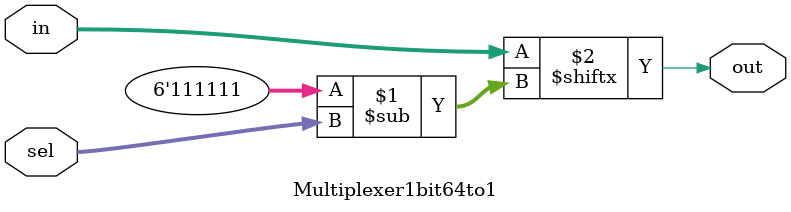
<source format=v>
`timescale 1ns/1ns
module Multiplexer1bit64to1(in, sel, out);
    input[63:0] in;
    input[5:0] sel;
    output out;

    assign out=in[6'd63-sel];

endmodule
</source>
